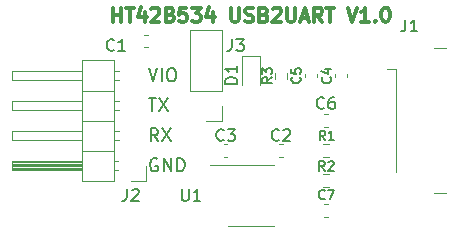
<source format=gbr>
%TF.GenerationSoftware,KiCad,Pcbnew,(6.0.0-0)*%
%TF.CreationDate,2021-12-29T11:26:30+08:00*%
%TF.ProjectId,HT42B534USB2UART,48543432-4235-4333-9455-534232554152,rev?*%
%TF.SameCoordinates,Original*%
%TF.FileFunction,Legend,Top*%
%TF.FilePolarity,Positive*%
%FSLAX46Y46*%
G04 Gerber Fmt 4.6, Leading zero omitted, Abs format (unit mm)*
G04 Created by KiCad (PCBNEW (6.0.0-0)) date 2021-12-29 11:26:30*
%MOMM*%
%LPD*%
G01*
G04 APERTURE LIST*
%ADD10C,0.200000*%
%ADD11C,0.300000*%
%ADD12C,0.150000*%
%ADD13C,0.120000*%
G04 APERTURE END LIST*
D10*
X73358095Y-93430000D02*
X73253333Y-93377619D01*
X73096190Y-93377619D01*
X72939047Y-93430000D01*
X72834285Y-93534761D01*
X72781904Y-93639523D01*
X72729523Y-93849047D01*
X72729523Y-94006190D01*
X72781904Y-94215714D01*
X72834285Y-94320476D01*
X72939047Y-94425238D01*
X73096190Y-94477619D01*
X73200952Y-94477619D01*
X73358095Y-94425238D01*
X73410476Y-94372857D01*
X73410476Y-94006190D01*
X73200952Y-94006190D01*
X73881904Y-94477619D02*
X73881904Y-93377619D01*
X74510476Y-94477619D01*
X74510476Y-93377619D01*
X75034285Y-94477619D02*
X75034285Y-93377619D01*
X75296190Y-93377619D01*
X75453333Y-93430000D01*
X75558095Y-93534761D01*
X75610476Y-93639523D01*
X75662857Y-93849047D01*
X75662857Y-94006190D01*
X75610476Y-94215714D01*
X75558095Y-94320476D01*
X75453333Y-94425238D01*
X75296190Y-94477619D01*
X75034285Y-94477619D01*
X72624761Y-85757619D02*
X72991428Y-86857619D01*
X73358095Y-85757619D01*
X73724761Y-86857619D02*
X73724761Y-85757619D01*
X74458095Y-85757619D02*
X74667619Y-85757619D01*
X74772380Y-85810000D01*
X74877142Y-85914761D01*
X74929523Y-86124285D01*
X74929523Y-86490952D01*
X74877142Y-86700476D01*
X74772380Y-86805238D01*
X74667619Y-86857619D01*
X74458095Y-86857619D01*
X74353333Y-86805238D01*
X74248571Y-86700476D01*
X74196190Y-86490952D01*
X74196190Y-86124285D01*
X74248571Y-85914761D01*
X74353333Y-85810000D01*
X74458095Y-85757619D01*
D11*
X69594285Y-81822857D02*
X69594285Y-80622857D01*
X69594285Y-81194285D02*
X70280000Y-81194285D01*
X70280000Y-81822857D02*
X70280000Y-80622857D01*
X70680000Y-80622857D02*
X71365714Y-80622857D01*
X71022857Y-81822857D02*
X71022857Y-80622857D01*
X72280000Y-81022857D02*
X72280000Y-81822857D01*
X71994285Y-80565714D02*
X71708571Y-81422857D01*
X72451428Y-81422857D01*
X72851428Y-80737142D02*
X72908571Y-80680000D01*
X73022857Y-80622857D01*
X73308571Y-80622857D01*
X73422857Y-80680000D01*
X73480000Y-80737142D01*
X73537142Y-80851428D01*
X73537142Y-80965714D01*
X73480000Y-81137142D01*
X72794285Y-81822857D01*
X73537142Y-81822857D01*
X74451428Y-81194285D02*
X74622857Y-81251428D01*
X74680000Y-81308571D01*
X74737142Y-81422857D01*
X74737142Y-81594285D01*
X74680000Y-81708571D01*
X74622857Y-81765714D01*
X74508571Y-81822857D01*
X74051428Y-81822857D01*
X74051428Y-80622857D01*
X74451428Y-80622857D01*
X74565714Y-80680000D01*
X74622857Y-80737142D01*
X74680000Y-80851428D01*
X74680000Y-80965714D01*
X74622857Y-81080000D01*
X74565714Y-81137142D01*
X74451428Y-81194285D01*
X74051428Y-81194285D01*
X75822857Y-80622857D02*
X75251428Y-80622857D01*
X75194285Y-81194285D01*
X75251428Y-81137142D01*
X75365714Y-81080000D01*
X75651428Y-81080000D01*
X75765714Y-81137142D01*
X75822857Y-81194285D01*
X75880000Y-81308571D01*
X75880000Y-81594285D01*
X75822857Y-81708571D01*
X75765714Y-81765714D01*
X75651428Y-81822857D01*
X75365714Y-81822857D01*
X75251428Y-81765714D01*
X75194285Y-81708571D01*
X76280000Y-80622857D02*
X77022857Y-80622857D01*
X76622857Y-81080000D01*
X76794285Y-81080000D01*
X76908571Y-81137142D01*
X76965714Y-81194285D01*
X77022857Y-81308571D01*
X77022857Y-81594285D01*
X76965714Y-81708571D01*
X76908571Y-81765714D01*
X76794285Y-81822857D01*
X76451428Y-81822857D01*
X76337142Y-81765714D01*
X76280000Y-81708571D01*
X78051428Y-81022857D02*
X78051428Y-81822857D01*
X77765714Y-80565714D02*
X77480000Y-81422857D01*
X78222857Y-81422857D01*
X79594285Y-80622857D02*
X79594285Y-81594285D01*
X79651428Y-81708571D01*
X79708571Y-81765714D01*
X79822857Y-81822857D01*
X80051428Y-81822857D01*
X80165714Y-81765714D01*
X80222857Y-81708571D01*
X80280000Y-81594285D01*
X80280000Y-80622857D01*
X80794285Y-81765714D02*
X80965714Y-81822857D01*
X81251428Y-81822857D01*
X81365714Y-81765714D01*
X81422857Y-81708571D01*
X81480000Y-81594285D01*
X81480000Y-81480000D01*
X81422857Y-81365714D01*
X81365714Y-81308571D01*
X81251428Y-81251428D01*
X81022857Y-81194285D01*
X80908571Y-81137142D01*
X80851428Y-81080000D01*
X80794285Y-80965714D01*
X80794285Y-80851428D01*
X80851428Y-80737142D01*
X80908571Y-80680000D01*
X81022857Y-80622857D01*
X81308571Y-80622857D01*
X81480000Y-80680000D01*
X82394285Y-81194285D02*
X82565714Y-81251428D01*
X82622857Y-81308571D01*
X82680000Y-81422857D01*
X82680000Y-81594285D01*
X82622857Y-81708571D01*
X82565714Y-81765714D01*
X82451428Y-81822857D01*
X81994285Y-81822857D01*
X81994285Y-80622857D01*
X82394285Y-80622857D01*
X82508571Y-80680000D01*
X82565714Y-80737142D01*
X82622857Y-80851428D01*
X82622857Y-80965714D01*
X82565714Y-81080000D01*
X82508571Y-81137142D01*
X82394285Y-81194285D01*
X81994285Y-81194285D01*
X83137142Y-80737142D02*
X83194285Y-80680000D01*
X83308571Y-80622857D01*
X83594285Y-80622857D01*
X83708571Y-80680000D01*
X83765714Y-80737142D01*
X83822857Y-80851428D01*
X83822857Y-80965714D01*
X83765714Y-81137142D01*
X83080000Y-81822857D01*
X83822857Y-81822857D01*
X84337142Y-80622857D02*
X84337142Y-81594285D01*
X84394285Y-81708571D01*
X84451428Y-81765714D01*
X84565714Y-81822857D01*
X84794285Y-81822857D01*
X84908571Y-81765714D01*
X84965714Y-81708571D01*
X85022857Y-81594285D01*
X85022857Y-80622857D01*
X85537142Y-81480000D02*
X86108571Y-81480000D01*
X85422857Y-81822857D02*
X85822857Y-80622857D01*
X86222857Y-81822857D01*
X87308571Y-81822857D02*
X86908571Y-81251428D01*
X86622857Y-81822857D02*
X86622857Y-80622857D01*
X87080000Y-80622857D01*
X87194285Y-80680000D01*
X87251428Y-80737142D01*
X87308571Y-80851428D01*
X87308571Y-81022857D01*
X87251428Y-81137142D01*
X87194285Y-81194285D01*
X87080000Y-81251428D01*
X86622857Y-81251428D01*
X87651428Y-80622857D02*
X88337142Y-80622857D01*
X87994285Y-81822857D02*
X87994285Y-80622857D01*
X89480000Y-80622857D02*
X89880000Y-81822857D01*
X90280000Y-80622857D01*
X91308571Y-81822857D02*
X90622857Y-81822857D01*
X90965714Y-81822857D02*
X90965714Y-80622857D01*
X90851428Y-80794285D01*
X90737142Y-80908571D01*
X90622857Y-80965714D01*
X91822857Y-81708571D02*
X91880000Y-81765714D01*
X91822857Y-81822857D01*
X91765714Y-81765714D01*
X91822857Y-81708571D01*
X91822857Y-81822857D01*
X92622857Y-80622857D02*
X92737142Y-80622857D01*
X92851428Y-80680000D01*
X92908571Y-80737142D01*
X92965714Y-80851428D01*
X93022857Y-81080000D01*
X93022857Y-81365714D01*
X92965714Y-81594285D01*
X92908571Y-81708571D01*
X92851428Y-81765714D01*
X92737142Y-81822857D01*
X92622857Y-81822857D01*
X92508571Y-81765714D01*
X92451428Y-81708571D01*
X92394285Y-81594285D01*
X92337142Y-81365714D01*
X92337142Y-81080000D01*
X92394285Y-80851428D01*
X92451428Y-80737142D01*
X92508571Y-80680000D01*
X92622857Y-80622857D01*
D10*
X72624761Y-88297619D02*
X73253333Y-88297619D01*
X72939047Y-89397619D02*
X72939047Y-88297619D01*
X73515238Y-88297619D02*
X74248571Y-89397619D01*
X74248571Y-88297619D02*
X73515238Y-89397619D01*
X73410476Y-91937619D02*
X73043809Y-91413809D01*
X72781904Y-91937619D02*
X72781904Y-90837619D01*
X73200952Y-90837619D01*
X73305714Y-90890000D01*
X73358095Y-90942380D01*
X73410476Y-91047142D01*
X73410476Y-91204285D01*
X73358095Y-91309047D01*
X73305714Y-91361428D01*
X73200952Y-91413809D01*
X72781904Y-91413809D01*
X73777142Y-90837619D02*
X74510476Y-91937619D01*
X74510476Y-90837619D02*
X73777142Y-91937619D01*
D12*
%TO.C,C1*%
X69683333Y-84177142D02*
X69635714Y-84224761D01*
X69492857Y-84272380D01*
X69397619Y-84272380D01*
X69254761Y-84224761D01*
X69159523Y-84129523D01*
X69111904Y-84034285D01*
X69064285Y-83843809D01*
X69064285Y-83700952D01*
X69111904Y-83510476D01*
X69159523Y-83415238D01*
X69254761Y-83320000D01*
X69397619Y-83272380D01*
X69492857Y-83272380D01*
X69635714Y-83320000D01*
X69683333Y-83367619D01*
X70635714Y-84272380D02*
X70064285Y-84272380D01*
X70350000Y-84272380D02*
X70350000Y-83272380D01*
X70254761Y-83415238D01*
X70159523Y-83510476D01*
X70064285Y-83558095D01*
%TO.C,C2*%
X83653333Y-91797142D02*
X83605714Y-91844761D01*
X83462857Y-91892380D01*
X83367619Y-91892380D01*
X83224761Y-91844761D01*
X83129523Y-91749523D01*
X83081904Y-91654285D01*
X83034285Y-91463809D01*
X83034285Y-91320952D01*
X83081904Y-91130476D01*
X83129523Y-91035238D01*
X83224761Y-90940000D01*
X83367619Y-90892380D01*
X83462857Y-90892380D01*
X83605714Y-90940000D01*
X83653333Y-90987619D01*
X84034285Y-90987619D02*
X84081904Y-90940000D01*
X84177142Y-90892380D01*
X84415238Y-90892380D01*
X84510476Y-90940000D01*
X84558095Y-90987619D01*
X84605714Y-91082857D01*
X84605714Y-91178095D01*
X84558095Y-91320952D01*
X83986666Y-91892380D01*
X84605714Y-91892380D01*
%TO.C,C3*%
X78980833Y-91797142D02*
X78933214Y-91844761D01*
X78790357Y-91892380D01*
X78695119Y-91892380D01*
X78552261Y-91844761D01*
X78457023Y-91749523D01*
X78409404Y-91654285D01*
X78361785Y-91463809D01*
X78361785Y-91320952D01*
X78409404Y-91130476D01*
X78457023Y-91035238D01*
X78552261Y-90940000D01*
X78695119Y-90892380D01*
X78790357Y-90892380D01*
X78933214Y-90940000D01*
X78980833Y-90987619D01*
X79314166Y-90892380D02*
X79933214Y-90892380D01*
X79599880Y-91273333D01*
X79742738Y-91273333D01*
X79837976Y-91320952D01*
X79885595Y-91368571D01*
X79933214Y-91463809D01*
X79933214Y-91701904D01*
X79885595Y-91797142D01*
X79837976Y-91844761D01*
X79742738Y-91892380D01*
X79457023Y-91892380D01*
X79361785Y-91844761D01*
X79314166Y-91797142D01*
%TO.C,C4*%
X88017872Y-86499444D02*
X88055967Y-86537539D01*
X88094062Y-86651825D01*
X88094062Y-86728015D01*
X88055967Y-86842301D01*
X87979777Y-86918491D01*
X87903586Y-86956587D01*
X87751205Y-86994682D01*
X87636919Y-86994682D01*
X87484538Y-86956587D01*
X87408348Y-86918491D01*
X87332158Y-86842301D01*
X87294062Y-86728015D01*
X87294062Y-86651825D01*
X87332158Y-86537539D01*
X87370253Y-86499444D01*
X87560729Y-85813730D02*
X88094062Y-85813730D01*
X87255967Y-86004206D02*
X87827396Y-86194682D01*
X87827396Y-85699444D01*
%TO.C,C5*%
X85415716Y-86499444D02*
X85453811Y-86537539D01*
X85491906Y-86651825D01*
X85491906Y-86728015D01*
X85453811Y-86842301D01*
X85377621Y-86918491D01*
X85301430Y-86956587D01*
X85149049Y-86994682D01*
X85034763Y-86994682D01*
X84882382Y-86956587D01*
X84806192Y-86918491D01*
X84730002Y-86842301D01*
X84691906Y-86728015D01*
X84691906Y-86651825D01*
X84730002Y-86537539D01*
X84768097Y-86499444D01*
X84691906Y-85775634D02*
X84691906Y-86156587D01*
X85072859Y-86194682D01*
X85034763Y-86156587D01*
X84996668Y-86080396D01*
X84996668Y-85889920D01*
X85034763Y-85813730D01*
X85072859Y-85775634D01*
X85149049Y-85737539D01*
X85339525Y-85737539D01*
X85415716Y-85775634D01*
X85453811Y-85813730D01*
X85491906Y-85889920D01*
X85491906Y-86080396D01*
X85453811Y-86156587D01*
X85415716Y-86194682D01*
%TO.C,C6*%
X87463333Y-89097142D02*
X87415714Y-89144761D01*
X87272857Y-89192380D01*
X87177619Y-89192380D01*
X87034761Y-89144761D01*
X86939523Y-89049523D01*
X86891904Y-88954285D01*
X86844285Y-88763809D01*
X86844285Y-88620952D01*
X86891904Y-88430476D01*
X86939523Y-88335238D01*
X87034761Y-88240000D01*
X87177619Y-88192380D01*
X87272857Y-88192380D01*
X87415714Y-88240000D01*
X87463333Y-88287619D01*
X88320476Y-88192380D02*
X88130000Y-88192380D01*
X88034761Y-88240000D01*
X87987142Y-88287619D01*
X87891904Y-88430476D01*
X87844285Y-88620952D01*
X87844285Y-89001904D01*
X87891904Y-89097142D01*
X87939523Y-89144761D01*
X88034761Y-89192380D01*
X88225238Y-89192380D01*
X88320476Y-89144761D01*
X88368095Y-89097142D01*
X88415714Y-89001904D01*
X88415714Y-88763809D01*
X88368095Y-88668571D01*
X88320476Y-88620952D01*
X88225238Y-88573333D01*
X88034761Y-88573333D01*
X87939523Y-88620952D01*
X87891904Y-88668571D01*
X87844285Y-88763809D01*
%TO.C,C7*%
X87518576Y-96778214D02*
X87480481Y-96816309D01*
X87366195Y-96854404D01*
X87290005Y-96854404D01*
X87175719Y-96816309D01*
X87099529Y-96740119D01*
X87061433Y-96663928D01*
X87023338Y-96511547D01*
X87023338Y-96397261D01*
X87061433Y-96244880D01*
X87099529Y-96168690D01*
X87175719Y-96092500D01*
X87290005Y-96054404D01*
X87366195Y-96054404D01*
X87480481Y-96092500D01*
X87518576Y-96130595D01*
X87785243Y-96054404D02*
X88318576Y-96054404D01*
X87975719Y-96854404D01*
%TO.C,D1*%
X80111322Y-87054812D02*
X79111322Y-87054812D01*
X79111322Y-86816717D01*
X79158942Y-86673859D01*
X79254180Y-86578621D01*
X79349418Y-86531002D01*
X79539894Y-86483383D01*
X79682751Y-86483383D01*
X79873227Y-86531002D01*
X79968465Y-86578621D01*
X80063703Y-86673859D01*
X80111322Y-86816717D01*
X80111322Y-87054812D01*
X80111322Y-85531002D02*
X80111322Y-86102431D01*
X80111322Y-85816717D02*
X79111322Y-85816717D01*
X79254180Y-85911955D01*
X79349418Y-86007193D01*
X79397037Y-86102431D01*
%TO.C,J1*%
X94366666Y-81622380D02*
X94366666Y-82336666D01*
X94319047Y-82479523D01*
X94223809Y-82574761D01*
X94080952Y-82622380D01*
X93985714Y-82622380D01*
X95366666Y-82622380D02*
X94795238Y-82622380D01*
X95080952Y-82622380D02*
X95080952Y-81622380D01*
X94985714Y-81765238D01*
X94890476Y-81860476D01*
X94795238Y-81908095D01*
%TO.C,J2*%
X70786666Y-95972380D02*
X70786666Y-96686666D01*
X70739047Y-96829523D01*
X70643809Y-96924761D01*
X70500952Y-96972380D01*
X70405714Y-96972380D01*
X71215238Y-96067619D02*
X71262857Y-96020000D01*
X71358095Y-95972380D01*
X71596190Y-95972380D01*
X71691428Y-96020000D01*
X71739047Y-96067619D01*
X71786666Y-96162857D01*
X71786666Y-96258095D01*
X71739047Y-96400952D01*
X71167619Y-96972380D01*
X71786666Y-96972380D01*
%TO.C,R1*%
X87551622Y-91825660D02*
X87284956Y-91444708D01*
X87094479Y-91825660D02*
X87094479Y-91025660D01*
X87399241Y-91025660D01*
X87475432Y-91063756D01*
X87513527Y-91101851D01*
X87551622Y-91178041D01*
X87551622Y-91292327D01*
X87513527Y-91368517D01*
X87475432Y-91406613D01*
X87399241Y-91444708D01*
X87094479Y-91444708D01*
X88313527Y-91825660D02*
X87856384Y-91825660D01*
X88084956Y-91825660D02*
X88084956Y-91025660D01*
X88008765Y-91139946D01*
X87932575Y-91216136D01*
X87856384Y-91254232D01*
%TO.C,R2*%
X87518576Y-94414991D02*
X87251910Y-94034039D01*
X87061433Y-94414991D02*
X87061433Y-93614991D01*
X87366195Y-93614991D01*
X87442386Y-93653087D01*
X87480481Y-93691182D01*
X87518576Y-93767372D01*
X87518576Y-93881658D01*
X87480481Y-93957848D01*
X87442386Y-93995944D01*
X87366195Y-94034039D01*
X87061433Y-94034039D01*
X87823338Y-93691182D02*
X87861433Y-93653087D01*
X87937624Y-93614991D01*
X88128100Y-93614991D01*
X88204290Y-93653087D01*
X88242386Y-93691182D01*
X88280481Y-93767372D01*
X88280481Y-93843563D01*
X88242386Y-93957848D01*
X87785243Y-94414991D01*
X88280481Y-94414991D01*
%TO.C,R3*%
X83058049Y-86525336D02*
X82677097Y-86792003D01*
X83058049Y-86982479D02*
X82258049Y-86982479D01*
X82258049Y-86677717D01*
X82296145Y-86601526D01*
X82334240Y-86563431D01*
X82410430Y-86525336D01*
X82524716Y-86525336D01*
X82600906Y-86563431D01*
X82639002Y-86601526D01*
X82677097Y-86677717D01*
X82677097Y-86982479D01*
X82258049Y-86258669D02*
X82258049Y-85763431D01*
X82562811Y-86030098D01*
X82562811Y-85915812D01*
X82600906Y-85839622D01*
X82639002Y-85801526D01*
X82715192Y-85763431D01*
X82905668Y-85763431D01*
X82981859Y-85801526D01*
X83019954Y-85839622D01*
X83058049Y-85915812D01*
X83058049Y-86144383D01*
X83019954Y-86220574D01*
X82981859Y-86258669D01*
%TO.C,U1*%
X75438095Y-95972380D02*
X75438095Y-96781904D01*
X75485714Y-96877142D01*
X75533333Y-96924761D01*
X75628571Y-96972380D01*
X75819047Y-96972380D01*
X75914285Y-96924761D01*
X75961904Y-96877142D01*
X76009523Y-96781904D01*
X76009523Y-95972380D01*
X77009523Y-96972380D02*
X76438095Y-96972380D01*
X76723809Y-96972380D02*
X76723809Y-95972380D01*
X76628571Y-96115238D01*
X76533333Y-96210476D01*
X76438095Y-96258095D01*
%TO.C,J3*%
X79676666Y-83272380D02*
X79676666Y-83986666D01*
X79629047Y-84129523D01*
X79533809Y-84224761D01*
X79390952Y-84272380D01*
X79295714Y-84272380D01*
X80057619Y-83272380D02*
X80676666Y-83272380D01*
X80343333Y-83653333D01*
X80486190Y-83653333D01*
X80581428Y-83700952D01*
X80629047Y-83748571D01*
X80676666Y-83843809D01*
X80676666Y-84081904D01*
X80629047Y-84177142D01*
X80581428Y-84224761D01*
X80486190Y-84272380D01*
X80200476Y-84272380D01*
X80105238Y-84224761D01*
X80057619Y-84177142D01*
D13*
%TO.C,C1*%
X72536267Y-82902500D02*
X72243733Y-82902500D01*
X72536267Y-83922500D02*
X72243733Y-83922500D01*
%TO.C,C2*%
X83966267Y-93220000D02*
X83673733Y-93220000D01*
X83966267Y-92200000D02*
X83673733Y-92200000D01*
%TO.C,C3*%
X79293767Y-93220000D02*
X79001233Y-93220000D01*
X79293767Y-92200000D02*
X79001233Y-92200000D01*
%TO.C,C4*%
X88390000Y-86506267D02*
X88390000Y-86213733D01*
X89410000Y-86506267D02*
X89410000Y-86213733D01*
%TO.C,C5*%
X85850000Y-86506267D02*
X85850000Y-86213733D01*
X86870000Y-86506267D02*
X86870000Y-86213733D01*
%TO.C,C6*%
X87483733Y-90680000D02*
X87776267Y-90680000D01*
X87483733Y-89660000D02*
X87776267Y-89660000D01*
%TO.C,C7*%
X87483733Y-98300000D02*
X87776267Y-98300000D01*
X87483733Y-97280000D02*
X87776267Y-97280000D01*
%TO.C,D1*%
X80545000Y-84700000D02*
X80545000Y-87160000D01*
X82015000Y-84700000D02*
X80545000Y-84700000D01*
X82015000Y-87160000D02*
X82015000Y-84700000D01*
%TO.C,J1*%
X96750000Y-84025000D02*
X97800000Y-84025000D01*
X93580000Y-85770000D02*
X92825000Y-85770000D01*
X93580000Y-85770000D02*
X93580000Y-94570000D01*
X96750000Y-96315000D02*
X97800000Y-96315000D01*
%TO.C,J2*%
X67020000Y-95310000D02*
X69680000Y-95310000D01*
X69680000Y-92710000D02*
X67020000Y-92710000D01*
X72390000Y-93980000D02*
X72390000Y-95250000D01*
X67020000Y-94300000D02*
X61020000Y-94300000D01*
X69680000Y-95310000D02*
X69680000Y-85030000D01*
X70077071Y-91820000D02*
X69680000Y-91820000D01*
X61020000Y-91060000D02*
X67020000Y-91060000D01*
X67020000Y-94060000D02*
X61020000Y-94060000D01*
X70077071Y-91060000D02*
X69680000Y-91060000D01*
X70010000Y-93600000D02*
X69680000Y-93600000D01*
X72390000Y-95250000D02*
X71120000Y-95250000D01*
X61020000Y-86740000D02*
X61020000Y-85980000D01*
X70077071Y-88520000D02*
X69680000Y-88520000D01*
X67020000Y-94360000D02*
X61020000Y-94360000D01*
X67020000Y-85030000D02*
X67020000Y-95310000D01*
X69680000Y-90170000D02*
X67020000Y-90170000D01*
X61020000Y-88520000D02*
X67020000Y-88520000D01*
X61020000Y-93600000D02*
X67020000Y-93600000D01*
X67020000Y-93820000D02*
X61020000Y-93820000D01*
X67020000Y-93700000D02*
X61020000Y-93700000D01*
X70077071Y-85980000D02*
X69680000Y-85980000D01*
X67020000Y-89280000D02*
X61020000Y-89280000D01*
X61020000Y-85980000D02*
X67020000Y-85980000D01*
X61020000Y-91820000D02*
X61020000Y-91060000D01*
X61020000Y-89280000D02*
X61020000Y-88520000D01*
X70077071Y-89280000D02*
X69680000Y-89280000D01*
X69680000Y-87630000D02*
X67020000Y-87630000D01*
X67020000Y-93940000D02*
X61020000Y-93940000D01*
X67020000Y-94180000D02*
X61020000Y-94180000D01*
X67020000Y-91820000D02*
X61020000Y-91820000D01*
X61020000Y-94360000D02*
X61020000Y-93600000D01*
X70010000Y-94360000D02*
X69680000Y-94360000D01*
X70077071Y-86740000D02*
X69680000Y-86740000D01*
X69680000Y-85030000D02*
X67020000Y-85030000D01*
X67020000Y-86740000D02*
X61020000Y-86740000D01*
%TO.C,R1*%
X87375276Y-92187500D02*
X87884724Y-92187500D01*
X87375276Y-93232500D02*
X87884724Y-93232500D01*
%TO.C,R2*%
X87375276Y-94727500D02*
X87884724Y-94727500D01*
X87375276Y-95772500D02*
X87884724Y-95772500D01*
%TO.C,R3*%
X83297500Y-86614724D02*
X83297500Y-86105276D01*
X84342500Y-86614724D02*
X84342500Y-86105276D01*
%TO.C,U1*%
X81280000Y-93960000D02*
X77830000Y-93960000D01*
X81280000Y-93960000D02*
X83230000Y-93960000D01*
X81280000Y-99080000D02*
X79330000Y-99080000D01*
X81280000Y-99080000D02*
X83230000Y-99080000D01*
%TO.C,J3*%
X78800000Y-82490000D02*
X76140000Y-82490000D01*
X78800000Y-87630000D02*
X78800000Y-82490000D01*
X76140000Y-87630000D02*
X76140000Y-82490000D01*
X78800000Y-90230000D02*
X77470000Y-90230000D01*
X78800000Y-87630000D02*
X76140000Y-87630000D01*
X78800000Y-88900000D02*
X78800000Y-90230000D01*
%TD*%
M02*

</source>
